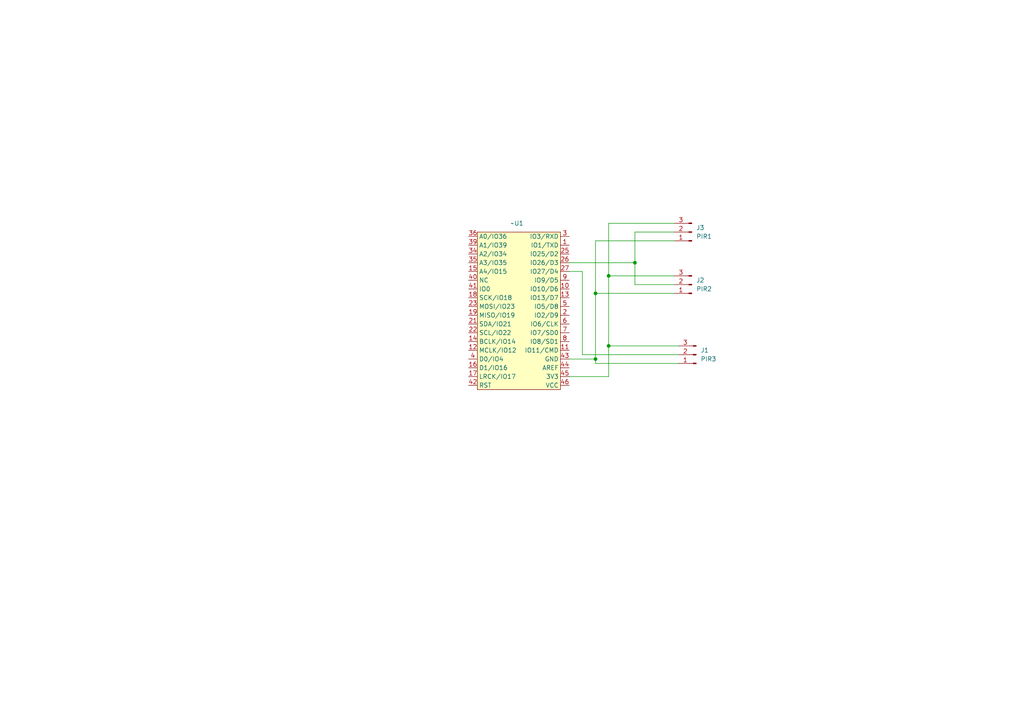
<source format=kicad_sch>
(kicad_sch (version 20230121) (generator eeschema)
  (paper "A4")
  (lib_symbols
    (symbol "Connector:Conn_01x03_Pin" (pin_names (offset 1.016) hide)
      (property "Reference" "J" (at 0 5.08 0))
      (property "Value" "Conn_01x03_Pin" (at 0 -5.08 0))
      (symbol "Conn_01x03_Pin_1_1"
        (polyline (pts (xy 1.27 -2.54) (xy 0.8636 -2.54)) (stroke (width 0.1524)))
        (polyline (pts (xy 1.27 0) (xy 0.8636 0)) (stroke (width 0.1524)))
        (polyline (pts (xy 1.27 2.54) (xy 0.8636 2.54)) (stroke (width 0.1524)))
        (rectangle (start 0.8636 -2.413) (end 0 -2.667) (stroke (width 0.1524)) (fill (type outline)))
        (rectangle (start 0.8636 0.127) (end 0 -0.127) (stroke (width 0.1524)) (fill (type outline)))
        (rectangle (start 0.8636 2.667) (end 0 2.413) (stroke (width 0.1524)) (fill (type outline)))
        (pin passive line (at 5.08 2.54 180) (length 3.81) (name "Pin_1") (number "1"))
        (pin passive line (at 5.08 0 180) (length 3.81) (name "Pin_2") (number "2"))
        (pin passive line (at 5.08 -2.54 180) (length 3.81) (name "Pin_3") (number "3"))
      )
    )
    (symbol "MCU_Espressif:Firebeetle_ESP-32"
      (property "Reference" "U" (at -1.27 24.13 0))
      (symbol "Firebeetle_ESP-32_1_1"
        (rectangle (start -11.43 21.59) (end 12.7 -24.13) (fill (type background)))
        (pin input line (at 15.24 17.78 180) (length 2.54) (name "IO1/TXD") (number "1"))
        (pin input line (at 15.24 5.08 180) (length 2.54) (name "IO10/D6") (number "10"))
        (pin input line (at 15.24 -12.7 180) (length 2.54) (name "IO11/CMD") (number "11"))
        (pin input line (at -13.97 -12.7 0) (length 2.54) (name "MCLK/IO12") (number "12"))
        (pin input line (at 15.24 2.54 180) (length 2.54) (name "IO13/D7") (number "13"))
        (pin input line (at -13.97 -10.16 0) (length 2.54) (name "BCLK/IO14") (number "14"))
        (pin input line (at -13.97 10.16 0) (length 2.54) (name "A4/IO15") (number "15"))
        (pin input line (at -13.97 -17.78 0) (length 2.54) (name "D1/IO16") (number "16"))
        (pin input line (at -13.97 -20.32 0) (length 2.54) (name "LRCK/IO17") (number "17"))
        (pin input line (at -13.97 2.54 0) (length 2.54) (name "SCK/IO18") (number "18"))
        (pin input line (at -13.97 -2.54 0) (length 2.54) (name "MISO/IO19") (number "19"))
        (pin input line (at 15.24 -2.54 180) (length 2.54) (name "IO2/D9") (number "2"))
        (pin input line (at -13.97 -5.08 0) (length 2.54) (name "SDA/IO21") (number "21"))
        (pin input line (at -13.97 -7.62 0) (length 2.54) (name "SCL/IO22") (number "22"))
        (pin input line (at -13.97 0 0) (length 2.54) (name "MOSI/IO23") (number "23"))
        (pin input line (at 15.24 15.24 180) (length 2.54) (name "IO25/D2") (number "25"))
        (pin input line (at 15.24 12.7 180) (length 2.54) (name "IO26/D3") (number "26"))
        (pin input line (at 15.24 10.16 180) (length 2.54) (name "IO27/D4") (number "27"))
        (pin input line (at 15.24 20.32 180) (length 2.54) (name "IO3/RXD") (number "3"))
        (pin input line (at -13.97 15.24 0) (length 2.54) (name "A2/IO34") (number "34"))
        (pin input line (at -13.97 12.7 0) (length 2.54) (name "A3/IO35") (number "35"))
        (pin input line (at -13.97 20.32 0) (length 2.54) (name "A0/IO36") (number "36"))
        (pin input line (at -13.97 17.78 0) (length 2.54) (name "A1/IO39") (number "39"))
        (pin input line (at -13.97 -15.24 0) (length 2.54) (name "D0/IO4") (number "4"))
        (pin input line (at -13.97 7.62 0) (length 2.54) (name "NC") (number "40"))
        (pin input line (at -13.97 5.08 0) (length 2.54) (name "IO0") (number "41"))
        (pin input line (at -13.97 -22.86 0) (length 2.54) (name "RST") (number "42"))
        (pin input line (at 15.24 -15.24 180) (length 2.54) (name "GND") (number "43"))
        (pin input line (at 15.24 -17.78 180) (length 2.54) (name "AREF") (number "44"))
        (pin input line (at 15.24 -20.32 180) (length 2.54) (name "3V3") (number "45"))
        (pin input line (at 15.24 -22.86 180) (length 2.54) (name "VCC") (number "46"))
        (pin input line (at 15.24 0 180) (length 2.54) (name "IO5/D8") (number "5"))
        (pin input line (at 15.24 -5.08 180) (length 2.54) (name "IO6/CLK") (number "6"))
        (pin input line (at 15.24 -7.62 180) (length 2.54) (name "IO7/SD0") (number "7"))
        (pin input line (at 15.24 -10.16 180) (length 2.54) (name "IO8/SD1") (number "8"))
        (pin input line (at 15.24 7.62 180) (length 2.54) (name "IO9/D5") (number "9"))
      )
    )
  )
  (junction (at 176.53 80.01))
  (junction (at 184.15 76.2))
  (junction (at 172.72 85.09))
  (junction (at 172.72 104.14))
  (junction (at 176.53 100.33))
  (wire (pts (xy 196.85 102.87) (xy 168.91 102.87)))
  (wire (pts (xy 172.72 69.85) (xy 172.72 85.09)))
  (wire (pts (xy 165.1 76.2) (xy 184.15 76.2)))
  (wire (pts (xy 168.91 78.74) (xy 165.1 78.74)))
  (wire (pts (xy 172.72 85.09) (xy 172.72 104.14)))
  (wire (pts (xy 172.72 85.09) (xy 195.58 85.09)))
  (wire (pts (xy 176.53 64.77) (xy 176.53 80.01)))
  (wire (pts (xy 196.85 105.41) (xy 172.72 105.41)))
  (wire (pts (xy 176.53 80.01) (xy 195.58 80.01)))
  (wire (pts (xy 184.15 82.55) (xy 184.15 76.2)))
  (wire (pts (xy 176.53 100.33) (xy 176.53 109.22)))
  (wire (pts (xy 176.53 109.22) (xy 165.1 109.22)))
  (wire (pts (xy 172.72 105.41) (xy 172.72 104.14)))
  (wire (pts (xy 195.58 67.31) (xy 184.15 67.31)))
  (wire (pts (xy 195.58 64.77) (xy 176.53 64.77)))
  (wire (pts (xy 195.58 82.55) (xy 184.15 82.55)))
  (wire (pts (xy 168.91 102.87) (xy 168.91 78.74)))
  (wire (pts (xy 184.15 67.31) (xy 184.15 76.2)))
  (wire (pts (xy 176.53 100.33) (xy 196.85 100.33)))
  (wire (pts (xy 172.72 104.14) (xy 165.1 104.14)))
  (wire (pts (xy 195.58 69.85) (xy 172.72 69.85)))
  (wire (pts (xy 176.53 80.01) (xy 176.53 100.33)))
  (symbol (lib_id "MCU_Espressif:Firebeetle_ESP-32") (at 149.86 88.9 0) (unit 1)
    (property "Reference" "U1" (at 150.495 64.77 0))
    (property "Value" "~" (at 148.59 64.77 0))
    (property "Footprint" "Custom components:Firebeetle" (effects hide))
  )
  (symbol (lib_id "Connector:Conn_01x03_Pin") (at 200.66 67.31 180) (unit 1)
    (property "Reference" "J3" (at 201.93 66.04 0) (effects (justify right)))
    (property "Value" "PIR1" (at 201.93 68.58 0) (effects (justify right)))
    (property "Footprint" "Connector_PinHeader_2.54mm:PinHeader_1x03_P2.54mm_Vertical" (effects hide))
  )
  (symbol (lib_id "Connector:Conn_01x03_Pin") (at 201.93 102.87 180) (unit 1)
    (property "Reference" "J1" (at 203.2 101.6 0) (effects (justify right)))
    (property "Value" "PIR3" (at 203.2 104.14 0) (effects (justify right)))
    (property "Footprint" "Connector_PinHeader_2.54mm:PinHeader_1x03_P2.54mm_Vertical" (effects hide))
  )
  (symbol (lib_id "Connector:Conn_01x03_Pin") (at 200.66 82.55 180) (unit 1)
    (property "Reference" "J2" (at 201.93 81.28 0) (effects (justify right)))
    (property "Value" "PIR2" (at 201.93 83.82 0) (effects (justify right)))
    (property "Footprint" "Connector_PinHeader_2.54mm:PinHeader_1x03_P2.54mm_Vertical" (effects hide))
  )
)
</source>
